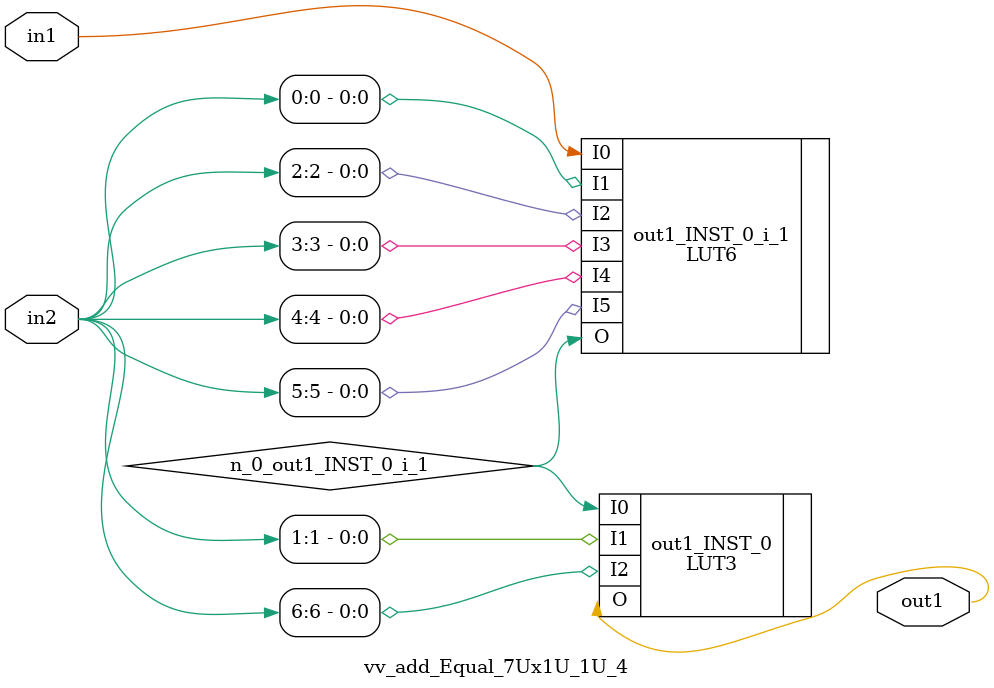
<source format=v>
`timescale 1 ps / 1 ps

(* STRUCTURAL_NETLIST = "yes" *)
module vv_add_Equal_7Ux1U_1U_4
   (in2,
    in1,
    out1);
  input [6:0]in2;
  input in1;
  output out1;

  wire in1;
  wire [6:0]in2;
  wire n_0_out1_INST_0_i_1;
  wire out1;

LUT3 #(
    .INIT(8'h02)) 
     out1_INST_0
       (.I0(n_0_out1_INST_0_i_1),
        .I1(in2[1]),
        .I2(in2[6]),
        .O(out1));
LUT6 #(
    .INIT(64'h0000000000000009)) 
     out1_INST_0_i_1
       (.I0(in1),
        .I1(in2[0]),
        .I2(in2[2]),
        .I3(in2[3]),
        .I4(in2[4]),
        .I5(in2[5]),
        .O(n_0_out1_INST_0_i_1));
endmodule


</source>
